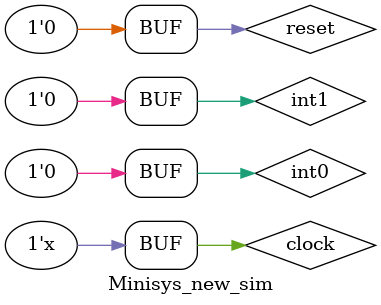
<source format=v>
`timescale 1ns / 1ps


module Minisys_new_sim(
    );
        //input
           reg reset=0;
           reg clock=1;//¸´Î» Ê±ÖÓÐÅºÅ
           reg int0=0,int1=0;
           reg[3:0] col;
           wire[3:0] line;
           reg prst;		//°´Å¥¸´Î»ÐÅºÅ
           
        //output
             wire [31:0]instruction_out;
             wire [16:0]PC_plus_4_out;
             wire [16:0]PC_out;
             wire [16:0]opcplus4_out;
             
             wire Jrn_out;
             wire RegDST_out;//Ä¿µÄ¼Ä´æÆ÷Ñ¡Ôñ 1£ºrd  2:rt
             wire ALUSrc_out;//µÚ¶þ²Ù×÷ÊýÊÇÁ¢¼´Êý£¨³ýÁËBeq,Bne£©    
             wire MemtoReg_out;//´æ´¢Æ÷¶ÁÊéµ½¼Ä´æÆ÷(lw)
             wire Lw_out;
             wire Lb_out;
             wire Lbu_out;
             wire Lh_out;
             wire Lhu_out;   
             wire MemWrite_out;//Ð´´æ´¢Æ÷
             wire Sw_out;
             wire Sb_out;
             wire Sh_out; 
             wire RegWrite_out;//Ð´¼Ä´æÆ÷
             wire Branch_out;//Beq
             wire nBranch_out;//Bne
             wire bgez_out;
             wire bgtz_out;
             wire blez_out;
             wire bltz_out;
             wire bgezal_out; 
             wire bltzal_out;
             wire Jmp_out;//J
             wire Jal_out;//Jal
             wire Jalr_out;//Jalr  
             wire Sftmd_out;//ÒÆÎ»Ö¸Áî
             wire MD_out;//³Ë³ý·¨
             wire Mult_out;
             wire Multu_out;
             wire Div_out;
             wire Divu_out;
             wire I_format_out;//³ýbeq,bne,LW,SWÖ®ÍâµÄI-ÐÍÖ¸Áî
             wire[1:0] ALUOp_out; 
             //´æÈ¡HI¡¢LO
             wire Mfhi_out;//È¡
             wire Mflo_out;
             wire Mthi_out;//´æ
             wire Mtlo_out;   
             wire break1_out;
             wire syscall_out;
             wire eret_out;
             //C0¼Ä´æÆ÷Ïà¹ØÖ¸Áî
             wire Mfc0_out;
             wire Mtc0_out;
             //IO
             wire MemorIOtoReg_out;
             wire IOWrite_out;
             wire IORead_out;
             
             //ÒëÂëµ¥Ôª
              wire[31:0] read_data_1_out;
              wire[31:0] read_data_2_out;
              wire[31:0] Sign_extend_out;
              wire[31:0] read_data_out;
              wire[31:0] write_data_out_idcode;
              wire[4:0] write_register_address_out;
             
             //Ö´ÐÐ
             wire[31:0]  ALU_result_out;
             wire[31:0]  ALU_result_HI_out;    
             wire[31:0]  ALU_result_LO_out;
             wire Zero_out;
             wire EtZero_out;
             wire GtZero_out;
             wire LtZero_out;
             
             //ÖÐ¶Ï
             wire[15:0]ioread_data_out;
             wire[15:0] ioread_data_key_out;
             wire[15:0] ioread_data_ctc_out;
             wire[15:0] ioread_data_uart_out; 
             wire[31:0] registerq_out;
             wire[31:0] registerr_out;
         
             //led16
             wire[6:0]      led0;
             wire[6:0]      led1;
             wire[6:0]      led2;
             wire[6:0]      led3;
             
             //pmw16
            wire pwm;        //Êä³ö·½²¨ÐÅºÅ
            //uart16
            reg xtal;
            reg rxd;
            wire txd;
            //kanmengou
            wire rst;
            wire[16:0] intPC_out;                       
          //ÊµÀý»¯
            minisys minisys1(
                 .clock(clock),
                 .reset(reset),
                 .prst(prst),		//°´Å¥¸´Î»ÐÅºÅ
                 .int0(int0),
                 .int1(int1),
                 .instruction_out(instruction_out),
                 .PC_plus_4_out(PC_plus_4_out),
                 .PC_out(PC_out),
                 .Jrn_out(Jrn_out),
                 .RegDST_out(RegDST_out),
                 .ALUSrc_out(ALUSrc_out),
                 .MemtoReg_out(MemtoReg_out),
                 .Lw_out(Lw_out),
                 .Lb_out(Lb_out),
                 .Lbu_out(Lbu_out),
                 .Lh_out(Lh_out),
                 .Lhu_out(Lhu_out),
                 .MemWrite_out(MemWrite_out),
                 .Sw_out(Sw_out),
                 .Sb_out(Sb_out),
                 .Sh_out(Sh_out),
                 .RegWrite_out(RegWrite_out),
                 .Branch_out(Branch_out),
                 .nBranch_out(nBranch_out),
                 .bgez_out(bgez_out),
                 .bgtz_out(bgtz_out),
                 .blez_out(blez_out),
                 .bltz_out(bltz_out),
                 .bgezal_out(bgezal_out),
                 .bltzal_out(bltzal_out),
                 .Jmp_out(Jmp_out),
                 .Jal_out(Jal_out),
                 .Jalr_out(Jalr_out),
                 .Sftmd_out(Sftmd_out),
                  .MD_out(MD_out),
                  .Mult_out(Mult_out),
                  .Multu_out(Multu_out),
                  .Div_out(Div_out),
                  .Divu_out(Divu_out),
                 .I_format_out(I_format_out),
                 .ALUOp_out(ALUOp_out),
                 .Mfhi_out(Mfhi_out),
                 .Mflo_out(Mflo_out),
                 .Mthi_out(Mthi_out),
                 .Mtlo_out(Mtlo_out),
                 .break1_out(break1_out),
                 .syscall_out(syscall_out),
                 .eret_out(eret_out),
                 .Mfc0_out(Mfc0_out),
                 .Mtc0_out(Mtc0_out),
                 .MemorIOtoReg_out(MemorIOtoReg_out),
                 .IOWrite_out(IOWrite_out),
                 .IORead_out(IORead_out),           
                 .read_data_1_out(read_data_1_out),
                 .read_data_2_out(read_data_2_out),
                 .Sign_extend_out(Sign_extend_out),
                 .read_data_out(read_data_out),
                 .ALU_result_out(ALU_result_out),
                 .ALU_result_HI_out(ALU_result_HI_out),    
                 .ALU_result_LO_out(ALU_result_LO_out),
                 .Zero_out(Zero_out),
                 .EtZero_out(EtZero_out),
                 .GtZero_out(GtZero_out),
                 .LtZero_out(LtZero_out),
                 .write_data_out_idcode(write_data_out_idcode),
                 .write_register_address_out(write_register_address_out),
                 .opcplus4_out(opcplus4_out),
                 .ioread_data_out(ioread_data_out),
                 .ioread_data_key_out(ioread_data_key_out),
                 .ioread_data_ctc_out(ioread_data_ctc_out),
                 .ioread_data_uart_out(ioread_data_uart_out),
                 .col(col),
                 .line(line),
                 .pwm(pwm),
                 .xtal(xtal),
                 .rxd(rxd),
                 .txd(txd),
                 .rst(rst),
                 .led0(led0),
                 .led1(led1),
                 .led2(led2),
                 .led3(led3),
                 .registerq_out(registerq_out),
                 .registerr_out(registerr_out),
                 .intPC_out
                 );

          
        //ÐÅºÅ³õÊ¼»¯      //360¿ªÊ¼ÖÐ¶Ï
        initial begin
         #40 reset=1;
         #40 reset =0;
         end
         
       always begin
        #20 clock=~clock;
        end
        
endmodule

</source>
